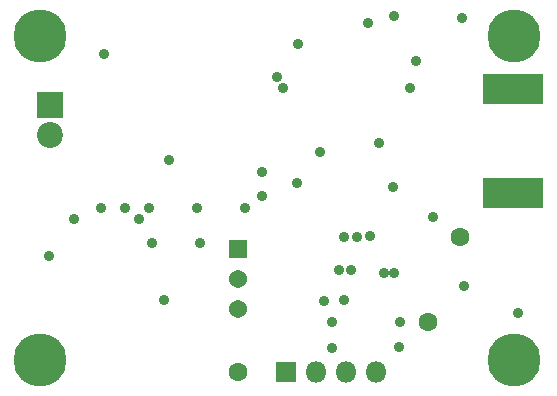
<source format=gbr>
%TF.GenerationSoftware,KiCad,Pcbnew,(5.1.6-0-10_14)*%
%TF.CreationDate,2021-11-26T22:59:46-06:00*%
%TF.ProjectId,EE514 Project,45453531-3420-4507-926f-6a6563742e6b,rev?*%
%TF.SameCoordinates,Original*%
%TF.FileFunction,Soldermask,Bot*%
%TF.FilePolarity,Negative*%
%FSLAX46Y46*%
G04 Gerber Fmt 4.6, Leading zero omitted, Abs format (unit mm)*
G04 Created by KiCad (PCBNEW (5.1.6-0-10_14)) date 2021-11-26 22:59:46*
%MOMM*%
%LPD*%
G01*
G04 APERTURE LIST*
%ADD10O,1.800000X1.800000*%
%ADD11R,1.800000X1.800000*%
%ADD12C,0.800000*%
%ADD13C,4.500000*%
%ADD14C,1.600000*%
%ADD15R,1.540000X1.540000*%
%ADD16C,1.540000*%
%ADD17R,5.180000X2.520000*%
%ADD18C,2.200000*%
%ADD19R,2.200000X2.200000*%
%ADD20C,0.900000*%
G04 APERTURE END LIST*
D10*
%TO.C,J102*%
X153162000Y-124460000D03*
X150622000Y-124460000D03*
X148082000Y-124460000D03*
D11*
X145542000Y-124460000D03*
%TD*%
D12*
%TO.C,H104*%
X166012726Y-94845274D03*
X164846000Y-94362000D03*
X163679274Y-94845274D03*
X163196000Y-96012000D03*
X163679274Y-97178726D03*
X164846000Y-97662000D03*
X166012726Y-97178726D03*
X166496000Y-96012000D03*
D13*
X164846000Y-96012000D03*
%TD*%
D12*
%TO.C,H103*%
X166012726Y-122277274D03*
X164846000Y-121794000D03*
X163679274Y-122277274D03*
X163196000Y-123444000D03*
X163679274Y-124610726D03*
X164846000Y-125094000D03*
X166012726Y-124610726D03*
X166496000Y-123444000D03*
D13*
X164846000Y-123444000D03*
%TD*%
D12*
%TO.C,H102*%
X125880726Y-122277274D03*
X124714000Y-121794000D03*
X123547274Y-122277274D03*
X123064000Y-123444000D03*
X123547274Y-124610726D03*
X124714000Y-125094000D03*
X125880726Y-124610726D03*
X126364000Y-123444000D03*
D13*
X124714000Y-123444000D03*
%TD*%
D12*
%TO.C,H101*%
X125880726Y-94845274D03*
X124714000Y-94362000D03*
X123547274Y-94845274D03*
X123064000Y-96012000D03*
X123547274Y-97178726D03*
X124714000Y-97662000D03*
X125880726Y-97178726D03*
X126364000Y-96012000D03*
D13*
X124714000Y-96012000D03*
%TD*%
D14*
%TO.C,TP201*%
X141478000Y-124460000D03*
%TD*%
%TO.C,TP102*%
X157607000Y-120269000D03*
%TD*%
%TO.C,TP101*%
X160274000Y-113030000D03*
%TD*%
D15*
%TO.C,RV201*%
X141478000Y-114046000D03*
D16*
X141478000Y-116586000D03*
X141478000Y-119126000D03*
%TD*%
D17*
%TO.C,J103*%
X164788000Y-100522000D03*
X164788000Y-109282000D03*
%TD*%
D18*
%TO.C,J101*%
X125603000Y-104394000D03*
D19*
X125603000Y-101854000D03*
%TD*%
D20*
X125476000Y-114681000D03*
X129921000Y-110617000D03*
X133985000Y-110617000D03*
X133096000Y-111506000D03*
X134239000Y-113538000D03*
X135255000Y-118373600D03*
X135636000Y-106553000D03*
X130175000Y-97536000D03*
X143510000Y-107569000D03*
X143510000Y-109601000D03*
X149479000Y-120269000D03*
X148809000Y-118491000D03*
X155194000Y-120269000D03*
X155090490Y-122324490D03*
X149455500Y-122404502D03*
X165227000Y-119507000D03*
X157988000Y-111379000D03*
X150495000Y-113030000D03*
X151537048Y-113044421D03*
X154584398Y-108839000D03*
X153441400Y-105079800D03*
X148463000Y-105816400D03*
X145288000Y-100431600D03*
X144754600Y-99491800D03*
X146608800Y-96723200D03*
X152527000Y-94894400D03*
X156057600Y-100431600D03*
X156591000Y-98171000D03*
X160426400Y-94488000D03*
X131953000Y-110617000D03*
X138049000Y-110617000D03*
X127635000Y-111506000D03*
X138303000Y-113538000D03*
X154701000Y-116063000D03*
X153885026Y-116063006D03*
X160655000Y-117221008D03*
X142113000Y-110617000D03*
X146454500Y-108481492D03*
X151098590Y-115820163D03*
X150495000Y-118364000D03*
X150019228Y-115839828D03*
X154686000Y-94361000D03*
X152630074Y-112934900D03*
M02*

</source>
